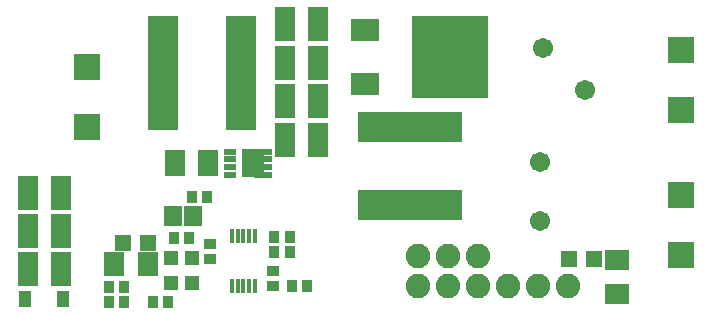
<source format=gts>
G75*
G70*
%OFA0B0*%
%FSLAX24Y24*%
%IPPOS*%
%LPD*%
%AMOC8*
5,1,8,0,0,1.08239X$1,22.5*
%
%ADD10R,0.0178X0.0474*%
%ADD11R,0.0710X0.1143*%
%ADD12R,0.0513X0.0474*%
%ADD13R,0.0356X0.0434*%
%ADD14R,0.0434X0.0356*%
%ADD15R,0.0592X0.0671*%
%ADD16R,0.0710X0.0867*%
%ADD17R,0.1021X0.3820*%
%ADD18R,0.3509X0.1017*%
%ADD19R,0.2533X0.2734*%
%ADD20R,0.0978X0.0719*%
%ADD21R,0.0395X0.0214*%
%ADD22R,0.0592X0.0214*%
%ADD23R,0.0753X0.0982*%
%ADD24R,0.0907X0.0907*%
%ADD25R,0.0438X0.0560*%
%ADD26R,0.0552X0.0552*%
%ADD27R,0.0710X0.0790*%
%ADD28R,0.0790X0.0710*%
%ADD29C,0.0674*%
%ADD30C,0.0820*%
D10*
X010775Y005770D03*
X010971Y005770D03*
X011168Y005770D03*
X011365Y005770D03*
X011562Y005770D03*
X011562Y007434D03*
X011365Y007434D03*
X011168Y007434D03*
X010971Y007434D03*
X010775Y007434D03*
D11*
X012536Y010637D03*
X013639Y010637D03*
X013639Y011917D03*
X012536Y011917D03*
X012536Y013197D03*
X013639Y013197D03*
X013639Y014476D03*
X012536Y014476D03*
X005076Y008866D03*
X003973Y008866D03*
X003973Y007586D03*
X005076Y007586D03*
X005076Y006307D03*
X003973Y006307D03*
D12*
X008767Y006700D03*
X009436Y006700D03*
X009436Y005864D03*
X008767Y005864D03*
D13*
X006680Y005224D03*
X007192Y005224D03*
X007192Y005716D03*
X006680Y005716D03*
X008156Y005224D03*
X008668Y005224D03*
X008845Y007340D03*
X009357Y007340D03*
X009436Y008718D03*
X009948Y008718D03*
X012192Y007389D03*
X012192Y006897D03*
X012704Y006897D03*
X012704Y007389D03*
X012782Y005765D03*
X013294Y005765D03*
D14*
X012153Y005756D03*
X012153Y006267D03*
X010036Y006641D03*
X010036Y007153D03*
D15*
X009485Y008078D03*
X008816Y008078D03*
D16*
X008895Y009850D03*
X009997Y009850D03*
D17*
X011099Y012852D03*
X008481Y012852D03*
D18*
X016729Y011061D03*
X016729Y008443D03*
D19*
X018042Y013393D03*
D20*
X015229Y012496D03*
X015229Y014291D03*
D21*
X010725Y010234D03*
X010725Y009978D03*
X010725Y009722D03*
X010725Y009466D03*
D22*
X011808Y009466D03*
X011808Y009722D03*
X011808Y009978D03*
X011808Y010234D03*
D23*
X011471Y009850D03*
D24*
X005967Y011065D03*
X005967Y013065D03*
X025769Y013606D03*
X025769Y011606D03*
X025769Y008783D03*
X025769Y006783D03*
D25*
X005168Y005323D03*
X003881Y005323D03*
D26*
X007162Y007193D03*
X007989Y007193D03*
X022025Y006651D03*
X022851Y006651D03*
D27*
X007988Y006504D03*
X006868Y006504D03*
D28*
X023619Y006621D03*
X023619Y005501D03*
D29*
X021060Y007931D03*
X021060Y009899D03*
X022543Y012304D03*
X021151Y013696D03*
D30*
X018995Y006751D03*
X017995Y006751D03*
X017995Y005751D03*
X018995Y005751D03*
X019995Y005751D03*
X020995Y005751D03*
X021995Y005751D03*
X016995Y005751D03*
X016995Y006751D03*
M02*

</source>
